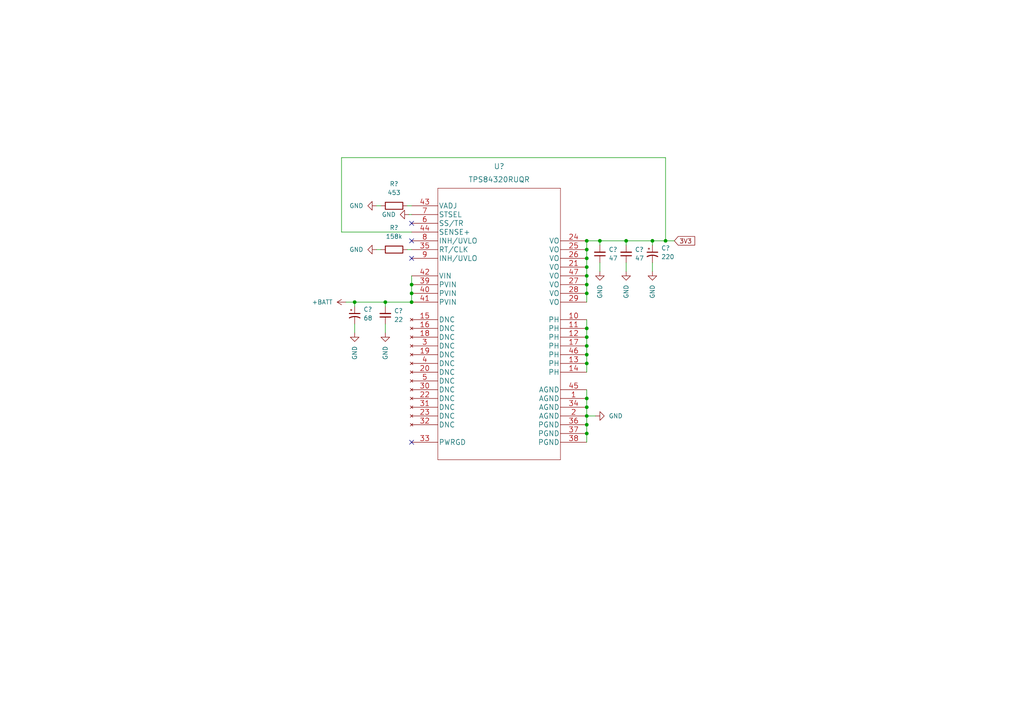
<source format=kicad_sch>
(kicad_sch (version 20211123) (generator eeschema)
  (paper "A4")
  (lib_symbols
    (symbol "Buck converter:TPS84320RUQR" (pin_names (offset 0.254))
      (property "Reference" "U" (at 25.4 10.16 0))
      (property "Value" "TPS84320RUQR" (at 25.4 7.62 0))
      (symbol "TPS84320RUQR_1_1"
        (polyline (pts (xy 7.62 -73.66) (xy 43.18 -73.66)) (stroke (width 0.127)))
        (polyline (pts (xy 7.62 5.08) (xy 7.62 -73.66)) (stroke (width 0.127)))
        (polyline (pts (xy 43.18 -73.66) (xy 43.18 5.08)) (stroke (width 0.127)))
        (polyline (pts (xy 43.18 5.08) (xy 7.62 5.08)) (stroke (width 0.127)))
        (pin power_in line (at 50.8 -55.88 180) (length 7.62) (name "AGND") (number "1"))
        (pin unspecified line (at 50.8 -33.02 180) (length 7.62) (name "PH") (number "10"))
        (pin unspecified line (at 50.8 -35.56 180) (length 7.62) (name "PH") (number "11"))
        (pin unspecified line (at 50.8 -38.1 180) (length 7.62) (name "PH") (number "12"))
        (pin unspecified line (at 50.8 -45.72 180) (length 7.62) (name "PH") (number "13"))
        (pin unspecified line (at 50.8 -48.26 180) (length 7.62) (name "PH") (number "14"))
        (pin no_connect line (at 0 -33.02 0) (length 7.62) (name "DNC") (number "15"))
        (pin no_connect line (at 0 -35.56 0) (length 7.62) (name "DNC") (number "16"))
        (pin unspecified line (at 50.8 -40.64 180) (length 7.62) (name "PH") (number "17"))
        (pin no_connect line (at 0 -38.1 0) (length 7.62) (name "DNC") (number "18"))
        (pin no_connect line (at 0 -43.18 0) (length 7.62) (name "DNC") (number "19"))
        (pin power_in line (at 50.8 -60.96 180) (length 7.62) (name "AGND") (number "2"))
        (pin no_connect line (at 0 -48.26 0) (length 7.62) (name "DNC") (number "20"))
        (pin output line (at 50.8 -17.78 180) (length 7.62) (name "VO") (number "21"))
        (pin no_connect line (at 0 -55.88 0) (length 7.62) (name "DNC") (number "22"))
        (pin no_connect line (at 0 -60.96 0) (length 7.62) (name "DNC") (number "23"))
        (pin output line (at 50.8 -10.16 180) (length 7.62) (name "VO") (number "24"))
        (pin output line (at 50.8 -12.7 180) (length 7.62) (name "VO") (number "25"))
        (pin output line (at 50.8 -15.24 180) (length 7.62) (name "VO") (number "26"))
        (pin output line (at 50.8 -22.86 180) (length 7.62) (name "VO") (number "27"))
        (pin output line (at 50.8 -25.4 180) (length 7.62) (name "VO") (number "28"))
        (pin output line (at 50.8 -27.94 180) (length 7.62) (name "VO") (number "29"))
        (pin no_connect line (at 0 -40.64 0) (length 7.62) (name "DNC") (number "3"))
        (pin no_connect line (at 0 -53.34 0) (length 7.62) (name "DNC") (number "30"))
        (pin no_connect line (at 0 -58.42 0) (length 7.62) (name "DNC") (number "31"))
        (pin no_connect line (at 0 -63.5 0) (length 7.62) (name "DNC") (number "32"))
        (pin power_in line (at 0 -68.58 0) (length 7.62) (name "PWRGD") (number "33"))
        (pin power_in line (at 50.8 -58.42 180) (length 7.62) (name "AGND") (number "34"))
        (pin unspecified line (at 0 -12.7 0) (length 7.62) (name "RT/CLK") (number "35"))
        (pin power_in line (at 50.8 -63.5 180) (length 7.62) (name "PGND") (number "36"))
        (pin power_in line (at 50.8 -66.04 180) (length 7.62) (name "PGND") (number "37"))
        (pin power_in line (at 50.8 -68.58 180) (length 7.62) (name "PGND") (number "38"))
        (pin input line (at 0 -22.86 0) (length 7.62) (name "PVIN") (number "39"))
        (pin no_connect line (at 0 -45.72 0) (length 7.62) (name "DNC") (number "4"))
        (pin input line (at 0 -25.4 0) (length 7.62) (name "PVIN") (number "40"))
        (pin input line (at 0 -27.94 0) (length 7.62) (name "PVIN") (number "41"))
        (pin input line (at 0 -20.32 0) (length 7.62) (name "VIN") (number "42"))
        (pin unspecified line (at 0 0 0) (length 7.62) (name "VADJ") (number "43"))
        (pin unspecified line (at 0 -7.62 0) (length 7.62) (name "SENSE+") (number "44"))
        (pin power_in line (at 50.8 -53.34 180) (length 7.62) (name "AGND") (number "45"))
        (pin unspecified line (at 50.8 -43.18 180) (length 7.62) (name "PH") (number "46"))
        (pin output line (at 50.8 -20.32 180) (length 7.62) (name "VO") (number "47"))
        (pin no_connect line (at 0 -50.8 0) (length 7.62) (name "DNC") (number "5"))
        (pin unspecified line (at 0 -5.08 0) (length 7.62) (name "SS/TR") (number "6"))
        (pin unspecified line (at 0 -2.54 0) (length 7.62) (name "STSEL") (number "7"))
        (pin unspecified line (at 0 -10.16 0) (length 7.62) (name "INH/UVLO") (number "8"))
        (pin unspecified line (at 0 -15.24 0) (length 7.62) (name "INH/UVLO") (number "9"))
      )
    )
    (symbol "Device:C_Polarized_Small_US" (pin_numbers hide) (pin_names (offset 0.254) hide)
      (property "Reference" "C" (at 0.254 1.778 0))
      (property "Value" "C_Polarized_Small_US" (at 0.254 -2.032 0))
      (symbol "C_Polarized_Small_US_0_1"
        (polyline (pts (xy -1.524 0.508) (xy 1.524 0.508)) (stroke (width 0.3048)))
        (polyline (pts (xy -1.27 1.524) (xy -0.762 1.524)))
        (polyline (pts (xy -1.016 1.27) (xy -1.016 1.778)))
        (arc (start 1.524 -0.762) (mid 0 -0.3734) (end -1.524 -0.762) (stroke (width 0.3048)))
      )
      (symbol "C_Polarized_Small_US_1_1"
        (pin passive line (at 0 2.54 270) (length 2.032) (name "~") (number "1"))
        (pin passive line (at 0 -2.54 90) (length 2.032) (name "~") (number "2"))
      )
    )
    (symbol "Device:C_Small" (pin_numbers hide) (pin_names (offset 0.254) hide)
      (property "Reference" "C" (at 0.254 1.778 0))
      (property "Value" "C_Small" (at 0.254 -2.032 0))
      (symbol "C_Small_0_1"
        (polyline (pts (xy -1.524 -0.508) (xy 1.524 -0.508)) (stroke (width 0.3302)))
        (polyline (pts (xy -1.524 0.508) (xy 1.524 0.508)) (stroke (width 0.3048)))
      )
      (symbol "C_Small_1_1"
        (pin passive line (at 0 2.54 270) (length 2.032) (name "~") (number "1"))
        (pin passive line (at 0 -2.54 90) (length 2.032) (name "~") (number "2"))
      )
    )
    (symbol "Device:R" (pin_numbers hide) (pin_names (offset 0))
      (property "Reference" "R" (at 2.032 0 90))
      (property "Value" "R" (at 0 0 90))
      (symbol "R_0_1"
        (rectangle (start -1.016 -2.54) (end 1.016 2.54) (stroke (width 0.254)))
      )
      (symbol "R_1_1"
        (pin passive line (at 0 3.81 270) (length 1.27) (name "~") (number "1"))
        (pin passive line (at 0 -3.81 90) (length 1.27) (name "~") (number "2"))
      )
    )
    (symbol "power:+BATT" (power) (pin_names (offset 0))
      (property "Value" "+BATT" (at 0 3.556 0))
      (symbol "+BATT_0_1"
        (polyline (pts (xy -0.762 1.27) (xy 0 2.54)))
        (polyline (pts (xy 0 0) (xy 0 2.54)))
        (polyline (pts (xy 0 2.54) (xy 0.762 1.27)))
      )
      (symbol "+BATT_1_1"
        (pin power_in line (at 0 0 90) (length 0) hide (name "+BATT") (number "1"))
      )
    )
    (symbol "power:GND" (power) (pin_names (offset 0))
      (property "Value" "GND" (at 0 -3.81 0))
      (symbol "GND_0_1"
        (polyline (pts (xy 0 0) (xy 0 -1.27) (xy 1.27 -1.27) (xy 0 -2.54) (xy -1.27 -1.27) (xy 0 -1.27)))
      )
      (symbol "GND_1_1"
        (pin power_in line (at 0 0 270) (length 0) hide (name "GND") (number "1"))
      )
    )
  )
  (junction (at 181.61 69.85))
  (junction (at 170.18 80.01))
  (junction (at 170.18 97.79))
  (junction (at 170.18 74.93))
  (junction (at 170.18 85.09))
  (junction (at 170.18 105.41))
  (junction (at 193.04 69.85))
  (junction (at 170.18 118.11))
  (junction (at 170.18 123.19))
  (junction (at 170.18 82.55))
  (junction (at 102.87 87.63))
  (junction (at 170.18 95.25))
  (junction (at 111.76 87.63))
  (junction (at 170.18 115.57))
  (junction (at 173.99 69.85))
  (junction (at 170.18 125.73))
  (junction (at 119.38 82.55))
  (junction (at 170.18 100.33))
  (junction (at 170.18 102.87))
  (junction (at 189.23 69.85))
  (junction (at 170.18 72.39))
  (junction (at 170.18 77.47))
  (junction (at 119.38 87.63))
  (junction (at 170.18 120.65))
  (junction (at 119.38 85.09))
  (junction (at 170.18 69.85))
  (no_connect (at 119.38 69.85))
  (no_connect (at 119.38 74.93))
  (no_connect (at 119.38 64.77))
  (no_connect (at 119.38 128.27))
  (wire (pts (xy 170.18 85.09) (xy 170.18 87.63)))
  (wire (pts (xy 102.87 87.63) (xy 111.76 87.63)))
  (wire (pts (xy 170.18 100.33) (xy 170.18 102.87)))
  (wire (pts (xy 118.11 59.69) (xy 119.38 59.69)))
  (wire (pts (xy 181.61 76.2) (xy 181.61 78.74)))
  (wire (pts (xy 170.18 125.73) (xy 170.18 128.27)))
  (wire (pts (xy 193.04 69.85) (xy 195.58 69.85)))
  (wire (pts (xy 170.18 97.79) (xy 170.18 100.33)))
  (wire (pts (xy 181.61 71.12) (xy 181.61 69.85)))
  (wire (pts (xy 170.18 69.85) (xy 173.99 69.85)))
  (wire (pts (xy 109.22 59.69) (xy 110.49 59.69)))
  (wire (pts (xy 173.99 69.85) (xy 181.61 69.85)))
  (wire (pts (xy 170.18 115.57) (xy 170.18 118.11)))
  (wire (pts (xy 100.33 87.63) (xy 102.87 87.63)))
  (wire (pts (xy 170.18 80.01) (xy 170.18 82.55)))
  (wire (pts (xy 119.38 82.55) (xy 119.38 85.09)))
  (wire (pts (xy 170.18 69.85) (xy 170.18 72.39)))
  (wire (pts (xy 170.18 72.39) (xy 170.18 74.93)))
  (wire (pts (xy 111.76 87.63) (xy 119.38 87.63)))
  (wire (pts (xy 119.38 85.09) (xy 119.38 87.63)))
  (wire (pts (xy 118.11 72.39) (xy 119.38 72.39)))
  (wire (pts (xy 181.61 69.85) (xy 189.23 69.85)))
  (wire (pts (xy 170.18 92.71) (xy 170.18 95.25)))
  (wire (pts (xy 189.23 69.85) (xy 193.04 69.85)))
  (wire (pts (xy 109.22 72.39) (xy 110.49 72.39)))
  (wire (pts (xy 170.18 120.65) (xy 172.72 120.65)))
  (wire (pts (xy 118.618 62.23) (xy 119.38 62.23)))
  (wire (pts (xy 170.18 77.47) (xy 170.18 80.01)))
  (wire (pts (xy 170.18 95.25) (xy 170.18 97.79)))
  (wire (pts (xy 99.06 67.31) (xy 99.06 45.72)))
  (wire (pts (xy 102.87 93.98) (xy 102.87 96.52)))
  (wire (pts (xy 170.18 74.93) (xy 170.18 77.47)))
  (wire (pts (xy 189.23 71.12) (xy 189.23 69.85)))
  (wire (pts (xy 102.87 87.63) (xy 102.87 88.9)))
  (wire (pts (xy 173.99 76.2) (xy 173.99 78.74)))
  (wire (pts (xy 119.38 82.55) (xy 119.38 80.01)))
  (wire (pts (xy 170.18 120.65) (xy 170.18 123.19)))
  (wire (pts (xy 170.18 123.19) (xy 170.18 125.73)))
  (wire (pts (xy 111.76 87.63) (xy 111.76 88.9)))
  (wire (pts (xy 170.18 105.41) (xy 170.18 107.95)))
  (wire (pts (xy 111.76 93.98) (xy 111.76 96.52)))
  (wire (pts (xy 189.23 76.2) (xy 189.23 78.74)))
  (wire (pts (xy 170.18 118.11) (xy 170.18 120.65)))
  (wire (pts (xy 170.18 102.87) (xy 170.18 105.41)))
  (wire (pts (xy 173.99 71.12) (xy 173.99 69.85)))
  (wire (pts (xy 193.04 45.72) (xy 193.04 69.85)))
  (wire (pts (xy 170.18 82.55) (xy 170.18 85.09)))
  (wire (pts (xy 119.38 67.31) (xy 99.06 67.31)))
  (wire (pts (xy 99.06 45.72) (xy 193.04 45.72)))
  (wire (pts (xy 170.18 113.03) (xy 170.18 115.57)))
  (global_label "3V3" (shape input) (at 195.58 69.85 0) (property "Intersheet References" "${INTERSHEET_REFS}" (effects hide)))
  (symbol (lib_id "power:GND") (at 102.87 96.52 0) (unit 1)
    (property "Reference" "#PWR?" (effects hide))
    (property "Value" "GND" (at 102.8701 100.33 90) (effects (justify right)))
  )
  (symbol (lib_id "Buck converter:TPS84320RUQR") (at 119.38 59.69 0) (unit 1)
    (property "Reference" "U?" (at 144.78 48.26 0) (effects (font (size 1.524 1.524))))
    (property "Value" "TPS84320RUQR" (at 144.78 52.07 0) (effects (font (size 1.524 1.524))))
    (property "Footprint" "RUQ_47" (effects hide))
  )
  (symbol (lib_id "Device:C_Polarized_Small_US") (at 102.87 91.44 0) (unit 1)
    (property "Reference" "C?" (at 105.41 89.7381 0) (effects (justify left)))
    (property "Value" "68" (at 105.41 92.2781 0) (effects (justify left)))
  )
  (symbol (lib_id "Device:C_Small") (at 181.61 73.66 180) (unit 1)
    (property "Reference" "C?" (at 184.15 72.3835 0) (effects (justify right)))
    (property "Value" "47" (at 184.15 74.9235 0) (effects (justify right)))
  )
  (symbol (lib_id "Device:R") (at 114.3 59.69 90) (unit 1)
    (property "Reference" "R?" (at 114.3 53.34 90))
    (property "Value" "453" (at 114.3 55.88 90))
  )
  (symbol (lib_id "power:GND") (at 109.22 72.39 270) (unit 1)
    (property "Reference" "#PWR?" (effects hide))
    (property "Value" "GND" (at 105.41 72.3899 90) (effects (justify right)))
  )
  (symbol (lib_id "power:GND") (at 189.23 78.74 0) (unit 1)
    (property "Reference" "#PWR?" (effects hide))
    (property "Value" "GND" (at 189.2301 82.55 90) (effects (justify right)))
  )
  (symbol (lib_id "Device:C_Small") (at 173.99 73.66 180) (unit 1)
    (property "Reference" "C?" (at 176.53 72.3835 0) (effects (justify right)))
    (property "Value" "47" (at 176.53 74.9235 0) (effects (justify right)))
  )
  (symbol (lib_id "power:GND") (at 109.22 59.69 270) (unit 1)
    (property "Reference" "#PWR?" (effects hide))
    (property "Value" "GND" (at 105.41 59.6899 90) (effects (justify right)))
  )
  (symbol (lib_id "Device:C_Small") (at 111.76 91.44 180) (unit 1)
    (property "Reference" "C?" (at 114.3 90.1635 0) (effects (justify right)))
    (property "Value" "22" (at 114.3 92.7035 0) (effects (justify right)))
    (property "Footprint" "Capacitor_SMD:C_1210_3225Metric" (effects hide))
    (property "Datasheet" "https://www.mouser.co.uk/datasheet/2/281/1/GRM32ER61E226KE15_01A-1988202.pdf" (effects hide))
  )
  (symbol (lib_id "power:GND") (at 111.76 96.52 0) (unit 1)
    (property "Reference" "#PWR?" (effects hide))
    (property "Value" "GND" (at 111.7601 100.33 90) (effects (justify right)))
  )
  (symbol (lib_id "power:GND") (at 118.618 62.23 270) (unit 1)
    (property "Reference" "#PWR?" (effects hide))
    (property "Value" "GND" (at 114.808 62.2299 90) (effects (justify right)))
  )
  (symbol (lib_id "Device:R") (at 114.3 72.39 90) (unit 1)
    (property "Reference" "R?" (at 114.3 66.04 90))
    (property "Value" "158k" (at 114.3 68.58 90))
  )
  (symbol (lib_id "power:GND") (at 173.99 78.74 0) (unit 1)
    (property "Reference" "#PWR?" (effects hide))
    (property "Value" "GND" (at 173.9901 82.55 90) (effects (justify right)))
  )
  (symbol (lib_id "power:GND") (at 181.61 78.74 0) (unit 1)
    (property "Reference" "#PWR?" (effects hide))
    (property "Value" "GND" (at 181.6101 82.55 90) (effects (justify right)))
  )
  (symbol (lib_id "power:+BATT") (at 100.33 87.63 90) (unit 1)
    (property "Reference" "#PWR?" (effects hide))
    (property "Value" "+BATT" (at 96.52 87.6299 90) (effects (justify left)))
  )
  (symbol (lib_id "power:GND") (at 172.72 120.65 90) (unit 1)
    (property "Reference" "#PWR?" (effects hide))
    (property "Value" "GND" (at 176.53 120.6499 90) (effects (justify right)))
  )
  (symbol (lib_id "Device:C_Polarized_Small_US") (at 189.23 73.66 0) (unit 1)
    (property "Reference" "C?" (at 191.77 71.9581 0) (effects (justify left)))
    (property "Value" "220" (at 191.77 74.4981 0) (effects (justify left)))
  )
)
</source>
